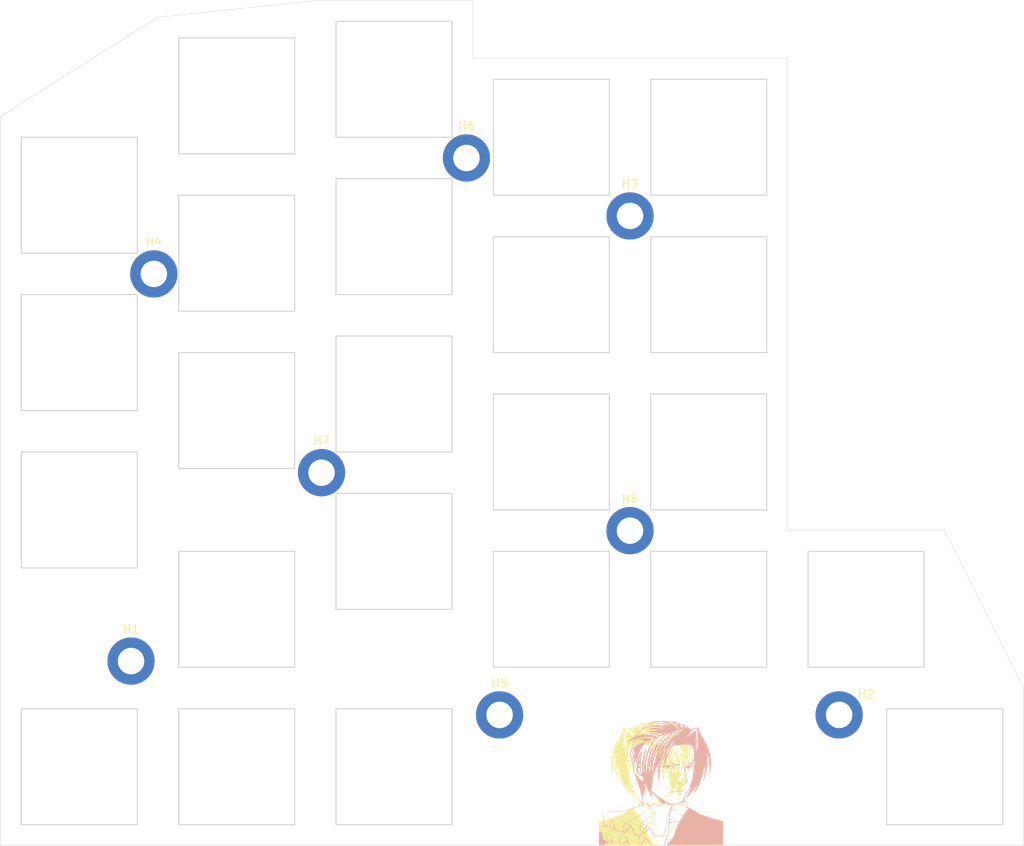
<source format=kicad_pcb>
(kicad_pcb (version 20210925) (generator pcbnew)
  (layers (0 "F.Cu" signal) (31 "B.Cu" signal) (34 "B.Paste" user) (35 "F.Paste" user) (36 "B.SilkS" user "B.Silkscreen") (37 "F.SilkS" user "F.Silkscreen") (38 "B.Mask" user) (39 "F.Mask" user) (44 "Edge.Cuts" user))
  (net 0 "")
  (net 1 "GND")
  (footprint "kbd:SW_Hole" (layer "F.Cu") (at 24.25 55.5)
    (fp_text reference "SW2" hide)
    (fp_text value "KEY_SWITCH" hide)
    (fp_line (start -7 7) (end 7 7) (layer "Edge.Cuts") (width 0.12))
    (fp_line (start 7 7) (end 7 -7) (layer "Edge.Cuts") (width 0.12))
    (fp_line (start -7 -7) (end -7 7) (layer "Edge.Cuts") (width 0.12))
    (fp_line (start 7 -7) (end -7 -7) (layer "Edge.Cuts") (width 0.12))
  )
  (footprint "kbd:SW_Hole" (layer "F.Cu") (at 24.25 74.5)
    (fp_text reference "SW2" hide)
    (fp_text value "KEY_SWITCH" hide)
    (fp_line (start -7 -7) (end -7 7) (layer "Edge.Cuts") (width 0.12))
    (fp_line (start 7 -7) (end -7 -7) (layer "Edge.Cuts") (width 0.12))
    (fp_line (start -7 7) (end 7 7) (layer "Edge.Cuts") (width 0.12))
    (fp_line (start 7 7) (end 7 -7) (layer "Edge.Cuts") (width 0.12))
  )
  (footprint "kbd:SW_Hole" (layer "F.Cu") (at 81.25 67.5)
    (fp_text reference "SW2" hide)
    (fp_text value "KEY_SWITCH" hide)
    (fp_line (start 7 -7) (end -7 -7) (layer "Edge.Cuts") (width 0.12))
    (fp_line (start -7 7) (end 7 7) (layer "Edge.Cuts") (width 0.12))
    (fp_line (start 7 7) (end 7 -7) (layer "Edge.Cuts") (width 0.12))
    (fp_line (start -7 -7) (end -7 7) (layer "Edge.Cuts") (width 0.12))
  )
  (footprint "kbd:SW_Hole" (layer "F.Cu") (at 43.25 24.5)
    (fp_text reference "SW2" hide)
    (fp_text value "KEY_SWITCH" hide)
    (fp_line (start -7 7) (end 7 7) (layer "Edge.Cuts") (width 0.12))
    (fp_line (start 7 -7) (end -7 -7) (layer "Edge.Cuts") (width 0.12))
    (fp_line (start 7 7) (end 7 -7) (layer "Edge.Cuts") (width 0.12))
    (fp_line (start -7 -7) (end -7 7) (layer "Edge.Cuts") (width 0.12))
  )
  (footprint "MountingHole:MountingHole_3.2mm_M3_ISO7380_Pad" (layer "F.Cu") (at 75 99.25)
    (fp_text reference "H5" (at 0 -3.85) (layer "F.SilkS"))
    (fp_text value "MountingHole_Pad")
    (pad "1" thru_hole circle locked (at 0 0) (size 5.7 5.7) (drill 3.2) (layers *.Cu *.Mask) (net 1 "GND"))
  )
  (footprint "kbd:SW_Hole" (layer "F.Cu") (at 62.25 105.5)
    (fp_text reference "SW2" hide)
    (fp_text value "KEY_SWITCH" hide)
    (fp_line (start -7 7) (end 7 7) (layer "Edge.Cuts") (width 0.12))
    (fp_line (start -7 -7) (end -7 7) (layer "Edge.Cuts") (width 0.12))
    (fp_line (start 7 -7) (end -7 -7) (layer "Edge.Cuts") (width 0.12))
    (fp_line (start 7 7) (end 7 -7) (layer "Edge.Cuts") (width 0.12))
  )
  (footprint "kbd:SW_Hole" (layer "F.Cu") (at 100.25 67.5)
    (fp_text reference "SW2" hide)
    (fp_text value "KEY_SWITCH" hide)
    (fp_line (start 7 7) (end 7 -7) (layer "Edge.Cuts") (width 0.12))
    (fp_line (start -7 -7) (end -7 7) (layer "Edge.Cuts") (width 0.12))
    (fp_line (start -7 7) (end 7 7) (layer "Edge.Cuts") (width 0.12))
    (fp_line (start 7 -7) (end -7 -7) (layer "Edge.Cuts") (width 0.12))
  )
  (footprint "MountingHole:MountingHole_3.2mm_M3_ISO7380_Pad" (layer "F.Cu") (at 53.5 70)
    (fp_text reference "H7" (at 0 -3.85) (layer "F.SilkS"))
    (fp_text value "MountingHole_Pad")
    (pad "1" thru_hole circle locked (at 0 0) (size 5.7 5.7) (drill 3.2) (layers *.Cu *.Mask) (net 1 "GND"))
  )
  (footprint "kbd:SW_Hole" (layer "F.Cu") (at 100.25 48.5)
    (fp_text reference "SW2" hide)
    (fp_text value "KEY_SWITCH" hide)
    (fp_line (start -7 -7) (end -7 7) (layer "Edge.Cuts") (width 0.12))
    (fp_line (start 7 7) (end 7 -7) (layer "Edge.Cuts") (width 0.12))
    (fp_line (start 7 -7) (end -7 -7) (layer "Edge.Cuts") (width 0.12))
    (fp_line (start -7 7) (end 7 7) (layer "Edge.Cuts") (width 0.12))
  )
  (footprint "kbd:edgeworth" (layer "F.Cu") (at 94.5 107.5)
    (fp_text reference "G***" hide)
    (fp_text value "LOGO" hide)
  )
  (footprint "MountingHole:MountingHole_3.2mm_M3_ISO7380_Pad" (layer "F.Cu") (at 90.75 39)
    (fp_text reference "H3" (at 0 -3.85) (layer "F.SilkS"))
    (fp_text value "MountingHole_Pad")
    (pad "1" thru_hole circle locked (at 0 0) (size 5.7 5.7) (drill 3.2) (layers *.Cu *.Mask) (net 1 "GND"))
  )
  (footprint "kbd:SW_Hole" (layer "F.Cu") (at 100.25 29.5)
    (fp_text reference "SW2" hide)
    (fp_text value "KEY_SWITCH" hide)
    (fp_line (start 7 -7) (end -7 -7) (layer "Edge.Cuts") (width 0.12))
    (fp_line (start -7 -7) (end -7 7) (layer "Edge.Cuts") (width 0.12))
    (fp_line (start 7 7) (end 7 -7) (layer "Edge.Cuts") (width 0.12))
    (fp_line (start -7 7) (end 7 7) (layer "Edge.Cuts") (width 0.12))
  )
  (footprint "MountingHole:MountingHole_3.2mm_M3_ISO7380_Pad" (layer "F.Cu") (at 116 99.25)
    (fp_text reference "H2" (at 3.25 -2.5) (layer "F.SilkS"))
    (fp_text value "MountingHole_Pad")
    (pad "1" thru_hole circle locked (at 0 0) (size 5.7 5.7) (drill 3.2) (layers *.Cu *.Mask) (net 1 "GND"))
  )
  (footprint "MountingHole:MountingHole_3.2mm_M3_ISO7380_Pad" (layer "F.Cu") (at 71 32)
    (fp_text reference "H6" (at 0 -3.85) (layer "F.SilkS"))
    (fp_text value "MountingHole_Pad")
    (pad "1" thru_hole circle locked (at 0 0) (size 5.7 5.7) (drill 3.2) (layers *.Cu *.Mask) (net 1 "GND"))
  )
  (footprint "kbd:SW_Hole" (layer "F.Cu") (at 81.25 29.5)
    (fp_text reference "SW2" hide)
    (fp_text value "KEY_SWITCH" hide)
    (fp_line (start -7 7) (end 7 7) (layer "Edge.Cuts") (width 0.12))
    (fp_line (start -7 -7) (end -7 7) (layer "Edge.Cuts") (width 0.12))
    (fp_line (start 7 -7) (end -7 -7) (layer "Edge.Cuts") (width 0.12))
    (fp_line (start 7 7) (end 7 -7) (layer "Edge.Cuts") (width 0.12))
  )
  (footprint "kbd:SW_Hole" (layer "F.Cu") (at 62.25 22.5)
    (fp_text reference "SW2" hide)
    (fp_text value "KEY_SWITCH" hide)
    (fp_line (start 7 7) (end 7 -7) (layer "Edge.Cuts") (width 0.12))
    (fp_line (start -7 -7) (end -7 7) (layer "Edge.Cuts") (width 0.12))
    (fp_line (start 7 -7) (end -7 -7) (layer "Edge.Cuts") (width 0.12))
    (fp_line (start -7 7) (end 7 7) (layer "Edge.Cuts") (width 0.12))
  )
  (footprint "kbd:SW_Hole" (layer "F.Cu") (at 24.25 36.5)
    (fp_text reference "SW2" hide)
    (fp_text value "KEY_SWITCH" hide)
    (fp_line (start 7 7) (end 7 -7) (layer "Edge.Cuts") (width 0.12))
    (fp_line (start 7 -7) (end -7 -7) (layer "Edge.Cuts") (width 0.12))
    (fp_line (start -7 -7) (end -7 7) (layer "Edge.Cuts") (width 0.12))
    (fp_line (start -7 7) (end 7 7) (layer "Edge.Cuts") (width 0.12))
  )
  (footprint "MountingHole:MountingHole_3.2mm_M3_ISO7380_Pad" (layer "F.Cu") (at 33.25 46)
    (fp_text reference "H4" (at 0 -3.85) (layer "F.SilkS"))
    (fp_text value "MountingHole_Pad")
    (pad "1" thru_hole circle locked (at 0 0) (size 5.7 5.7) (drill 3.2) (layers *.Cu *.Mask) (net 1 "GND"))
  )
  (footprint "MountingHole:MountingHole_3.2mm_M3_ISO7380_Pad" (layer "F.Cu") (at 30.5 92.75)
    (fp_text reference "H1" (at 0 -3.85) (layer "F.SilkS"))
    (fp_text value "MountingHole_Pad")
    (pad "1" thru_hole circle locked (at 0 0) (size 5.7 5.7) (drill 3.2) (layers *.Cu *.Mask) (net 1 "GND"))
  )
  (footprint "kbd:SW_Hole" (layer "F.Cu") (at 62.25 79.5)
    (fp_text reference "SW2" hide)
    (fp_text value "KEY_SWITCH" hide)
    (fp_line (start -7 7) (end 7 7) (layer "Edge.Cuts") (width 0.12))
    (fp_line (start 7 7) (end 7 -7) (layer "Edge.Cuts") (width 0.12))
    (fp_line (start -7 -7) (end -7 7) (layer "Edge.Cuts") (width 0.12))
    (fp_line (start 7 -7) (end -7 -7) (layer "Edge.Cuts") (width 0.12))
  )
  (footprint "kbd:SW_Hole" (layer "F.Cu") (at 62.25 41.5)
    (fp_text reference "SW2" hide)
    (fp_text value "KEY_SWITCH" hide)
    (fp_line (start 7 -7) (end -7 -7) (layer "Edge.Cuts") (width 0.12))
    (fp_line (start 7 7) (end 7 -7) (layer "Edge.Cuts") (width 0.12))
    (fp_line (start -7 7) (end 7 7) (layer "Edge.Cuts") (width 0.12))
    (fp_line (start -7 -7) (end -7 7) (layer "Edge.Cuts") (width 0.12))
  )
  (footprint "kbd:SW_Hole" (layer "F.Cu") (at 43.25 105.5)
    (fp_text reference "SW2" hide)
    (fp_text value "KEY_SWITCH" hide)
    (fp_line (start -7 7) (end 7 7) (layer "Edge.Cuts") (width 0.12))
    (fp_line (start 7 7) (end 7 -7) (layer "Edge.Cuts") (width 0.12))
    (fp_line (start 7 -7) (end -7 -7) (layer "Edge.Cuts") (width 0.12))
    (fp_line (start -7 -7) (end -7 7) (layer "Edge.Cuts") (width 0.12))
  )
  (footprint "kbd:SW_Hole" (layer "F.Cu") (at 43.25 86.5)
    (fp_text reference "SW2" hide)
    (fp_text value "KEY_SWITCH" hide)
    (fp_line (start -7 7) (end 7 7) (layer "Edge.Cuts") (width 0.12))
    (fp_line (start -7 -7) (end -7 7) (layer "Edge.Cuts") (width 0.12))
    (fp_line (start 7 7) (end 7 -7) (layer "Edge.Cuts") (width 0.12))
    (fp_line (start 7 -7) (end -7 -7) (layer "Edge.Cuts") (width 0.12))
  )
  (footprint "kbd:SW_Hole" (layer "F.Cu") (at 128.75 105.5)
    (fp_text reference "SW2" hide)
    (fp_text value "KEY_SWITCH" hide)
    (fp_line (start 7 7) (end 7 -7) (layer "Edge.Cuts") (width 0.12))
    (fp_line (start -7 -7) (end -7 7) (layer "Edge.Cuts") (width 0.12))
    (fp_line (start -7 7) (end 7 7) (layer "Edge.Cuts") (width 0.12))
    (fp_line (start 7 -7) (end -7 -7) (layer "Edge.Cuts") (width 0.12))
  )
  (footprint "kbd:SW_Hole" (layer "F.Cu") (at 43.25 43.5)
    (fp_text reference "SW2" hide)
    (fp_text value "KEY_SWITCH" hide)
    (fp_line (start -7 7) (end 7 7) (layer "Edge.Cuts") (width 0.12))
    (fp_line (start 7 -7) (end -7 -7) (layer "Edge.Cuts") (width 0.12))
    (fp_line (start -7 -7) (end -7 7) (layer "Edge.Cuts") (width 0.12))
    (fp_line (start 7 7) (end 7 -7) (layer "Edge.Cuts") (width 0.12))
  )
  (footprint "kbd:SW_Hole" (layer "F.Cu") (at 43.25 62.5)
    (fp_text reference "SW2" hide)
    (fp_text value "KEY_SWITCH" hide)
    (fp_line (start -7 -7) (end -7 7) (layer "Edge.Cuts") (width 0.12))
    (fp_line (start 7 -7) (end -7 -7) (layer "Edge.Cuts") (width 0.12))
    (fp_line (start -7 7) (end 7 7) (layer "Edge.Cuts") (width 0.12))
    (fp_line (start 7 7) (end 7 -7) (layer "Edge.Cuts") (width 0.12))
  )
  (footprint "kbd:SW_Hole" (layer "F.Cu") (at 24.25 105.5)
    (fp_text reference "SW2" hide)
    (fp_text value "KEY_SWITCH" hide)
    (fp_line (start 7 -7) (end -7 -7) (layer "Edge.Cuts") (width 0.12))
    (fp_line (start -7 7) (end 7 7) (layer "Edge.Cuts") (width 0.12))
    (fp_line (start -7 -7) (end -7 7) (layer "Edge.Cuts") (width 0.12))
    (fp_line (start 7 7) (end 7 -7) (layer "Edge.Cuts") (width 0.12))
  )
  (footprint "kbd:SW_Hole" (layer "F.Cu") (at 62.25 60.5)
    (fp_text reference "SW2" hide)
    (fp_text value "KEY_SWITCH" hide)
    (fp_line (start 7 7) (end 7 -7) (layer "Edge.Cuts") (width 0.12))
    (fp_line (start 7 -7) (end -7 -7) (layer "Edge.Cuts") (width 0.12))
    (fp_line (start -7 7) (end 7 7) (layer "Edge.Cuts") (width 0.12))
    (fp_line (start -7 -7) (end -7 7) (layer "Edge.Cuts") (width 0.12))
  )
  (footprint "kbd:SW_Hole" (layer "F.Cu") (at 100.25 86.5)
    (fp_text reference "SW2" hide)
    (fp_text value "KEY_SWITCH" hide)
    (fp_line (start 7 -7) (end -7 -7) (layer "Edge.Cuts") (width 0.12))
    (fp_line (start -7 7) (end 7 7) (layer "Edge.Cuts") (width 0.12))
    (fp_line (start 7 7) (end 7 -7) (layer "Edge.Cuts") (width 0.12))
    (fp_line (start -7 -7) (end -7 7) (layer "Edge.Cuts") (width 0.12))
  )
  (footprint "MountingHole:MountingHole_3.2mm_M3_ISO7380_Pad" (layer "F.Cu") (at 90.75 77)
    (fp_text reference "H8" (at 0 -3.85) (layer "F.SilkS"))
    (fp_text value "MountingHole_Pad")
    (pad "1" thru_hole circle locked (at 0 0) (size 5.7 5.7) (drill 3.2) (layers *.Cu *.Mask) (net 1 "GND"))
  )
  (footprint "kbd:SW_Hole" (layer "F.Cu") (at 81.25 48.5)
    (fp_text reference "SW2" hide)
    (fp_text value "KEY_SWITCH" hide)
    (fp_line (start 7 7) (end 7 -7) (layer "Edge.Cuts") (width 0.12))
    (fp_line (start 7 -7) (end -7 -7) (layer "Edge.Cuts") (width 0.12))
    (fp_line (start -7 -7) (end -7 7) (layer "Edge.Cuts") (width 0.12))
    (fp_line (start -7 7) (end 7 7) (layer "Edge.Cuts") (width 0.12))
  )
  (footprint "kbd:SW_Hole" (layer "F.Cu") (at 81.25 86.5)
    (fp_text reference "SW2" hide)
    (fp_text value "KEY_SWITCH" hide)
    (fp_line (start 7 7) (end 7 -7) (layer "Edge.Cuts") (width 0.12))
    (fp_line (start 7 -7) (end -7 -7) (layer "Edge.Cuts") (width 0.12))
    (fp_line (start -7 -7) (end -7 7) (layer "Edge.Cuts") (width 0.12))
    (fp_line (start -7 7) (end 7 7) (layer "Edge.Cuts") (width 0.12))
  )
  (footprint "kbd:SW_Hole" (layer "F.Cu") (at 119.25 86.5)
    (fp_text reference "SW2" hide)
    (fp_text value "KEY_SWITCH" hide)
    (fp_line (start 7 7) (end 7 -7) (layer "Edge.Cuts") (width 0.12))
    (fp_line (start 7 -7) (end -7 -7) (layer "Edge.Cuts") (width 0.12))
    (fp_line (start -7 7) (end 7 7) (layer "Edge.Cuts") (width 0.12))
    (fp_line (start -7 -7) (end -7 7) (layer "Edge.Cuts") (width 0.12))
  )
  (footprint "kbd:edgeworth" (layer "B.Cu") (at 94.5 107.5 180)
    (fp_text reference "G***" hide)
    (fp_text value "LOGO" hide)
  )
  (gr_line (start 33.75 15) (end 14.75 27) (layer "Edge.Cuts") (width 0.05))
  (gr_line (start 138.25 115) (end 138.25 96) (layer "Edge.Cuts") (width 0.05))
  (gr_line (start 109.75 77) (end 128.75 77) (layer "Edge.Cuts") (width 0.05))
  (gr_line (start 109.75 20) (end 71.75 20) (layer "Edge.Cuts") (width 0.05))
  (gr_line (start 109.75 77) (end 109.75 20) (layer "Edge.Cuts") (width 0.05))
  (gr_line (start 71.75 13) (end 52.75 13) (layer "Edge.Cuts") (width 0.05))
  (gr_line (start 52.75 13) (end 33.75 15) (layer "Edge.Cuts") (width 0.05))
  (gr_line (start 71.75 20) (end 71.75 13) (layer "Edge.Cuts") (width 0.05))
  (gr_line (start 14.75 27) (end 14.75 115) (layer "Edge.Cuts") (width 0.05))
  (gr_line (start 14.75 115) (end 138.25 115) (layer "Edge.Cuts") (width 0.05))
  (gr_line (start 138.25 96) (end 128.75 77) (layer "Edge.Cuts") (width 0.05))
)
</source>
